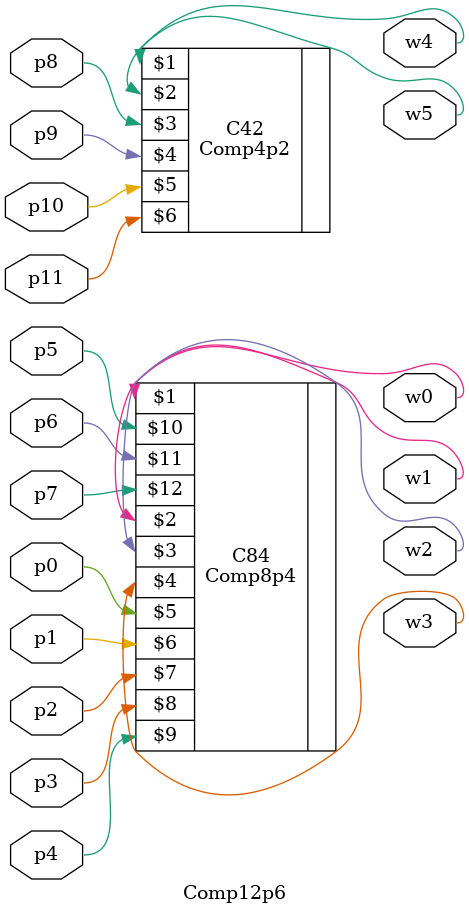
<source format=v>


module Comp12p6(w0, w1, w2, w3, w4, w5, p0, p1, p2, p3, p4, p5, p6, p7, p8, p9, p10, p11);

input p0, p1, p2, p3, p4, p5, p6, p7, p8, p9, p10, p11;
output w0, w1, w2, w3, w4, w5;

Comp8p4 C84(w0, w1, w2, w3, p0, p1, p2, p3, p4, p5, p6, p7);
Comp4p2 C42(w4, w5, p8, p9, p10, p11);

endmodule

</source>
